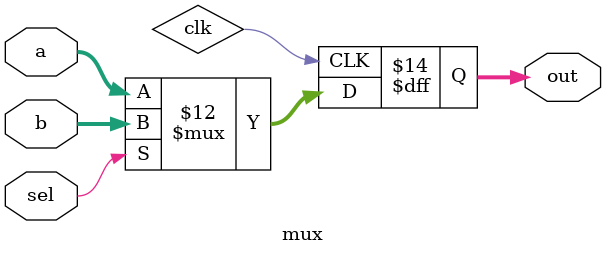
<source format=v>
module mux( 
input [4:0] a, b,
input sel,
output [4:0] out );
// When sel=0, assign a to out. 
// When sel=1, assign b to out. 
// When sel=2, assign a to out. 
// When sel=3, assign b to out. 
always @(posedge clk) begin
  if (sel==0)
    out <= a;
  else if (sel==1)
    out <= b;
  else if (sel==2)
    out <= a;
  else
    out <= b;
end
endmodule

</source>
